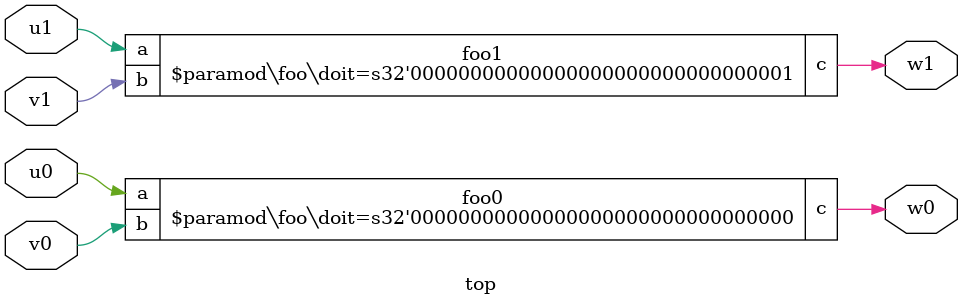
<source format=sv>

module foo (input logic a, input logic b, output logic c);
  parameter doit = 1;

  // Magic happens here...
endmodule

module bar (input a, input b, output c);
  parameter doit = 1;

  assign c = doit ? a ^ b : 0;
endmodule

module top (input u0, input v0, output w0,
            input u1, input v1, output w1);
  foo #(.doit (0)) foo0 (.a (u0), .b (v0), .c (w0));
  foo #(.doit (1)) foo1 (.a (u1), .b (v1), .c (w1));

  bind foo bar #(.doit (doit)) bound_i (.*);

  always_comb begin
    assert (w0 == '0);
    assert (w1 == u1 ^ v1);
  end
endmodule

</source>
